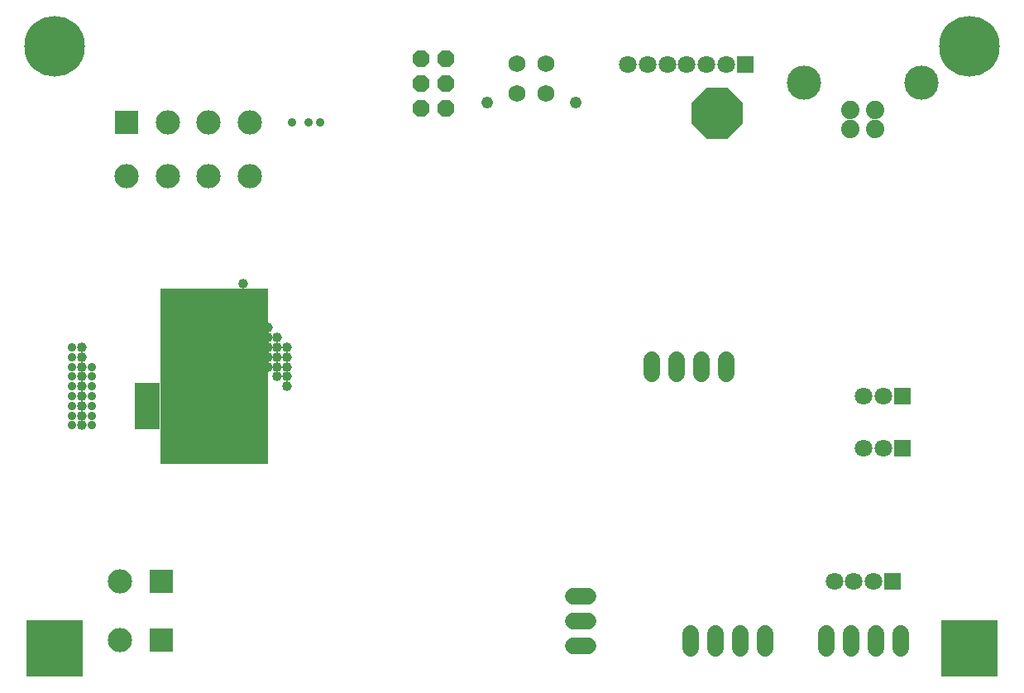
<source format=gbr>
G04 EAGLE Gerber RS-274X export*
G75*
%MOMM*%
%FSLAX34Y34*%
%LPD*%
%INSoldermask Bottom*%
%IPPOS*%
%AMOC8*
5,1,8,0,0,1.08239X$1,22.5*%
G01*
%ADD10R,11.000000X18.000000*%
%ADD11R,2.600000X4.800000*%
%ADD12C,1.727200*%
%ADD13C,1.727200*%
%ADD14C,1.219200*%
%ADD15R,1.803200X1.803200*%
%ADD16C,1.803200*%
%ADD17C,1.703200*%
%ADD18R,2.489200X2.489200*%
%ADD19C,2.489200*%
%ADD20P,1.869504X8X112.500000*%
%ADD21C,1.879600*%
%ADD22C,3.505200*%
%ADD23P,5.631892X8X22.500000*%
%ADD24C,1.009600*%
%ADD25C,0.909600*%
%ADD26R,5.803200X5.803200*%
%ADD27C,6.203200*%


D10*
X195000Y310000D03*
D11*
X127000Y280000D03*
D12*
X562380Y34600D02*
X577620Y34600D01*
X577620Y60000D02*
X562380Y60000D01*
X562380Y85400D02*
X577620Y85400D01*
D13*
X534986Y600000D03*
X534986Y629972D03*
X505014Y600000D03*
X505014Y629972D03*
D14*
X564958Y590602D03*
X475042Y590602D03*
D15*
X739000Y629700D03*
D16*
X719000Y629700D03*
X699000Y629700D03*
X679000Y629700D03*
X659000Y629700D03*
X639000Y629700D03*
X619000Y629700D03*
D17*
X821900Y46900D02*
X821900Y31900D01*
X847300Y31900D02*
X847300Y46900D01*
X872700Y46900D02*
X872700Y31900D01*
X898100Y31900D02*
X898100Y46900D01*
D18*
X105735Y570300D03*
D19*
X189555Y515182D03*
X189555Y570300D03*
X147645Y515182D03*
X105735Y515182D03*
X231465Y515182D03*
X231465Y570300D03*
X147645Y570300D03*
D20*
X432700Y584600D03*
X407300Y584600D03*
X432700Y610000D03*
X407300Y610000D03*
X432700Y635400D03*
X407300Y635400D03*
D18*
X141000Y40000D03*
D19*
X99000Y40000D03*
D18*
X141000Y100000D03*
D19*
X99000Y100000D03*
D21*
X846400Y563588D03*
X871400Y563588D03*
X871400Y583400D03*
X846400Y583400D03*
D22*
X798702Y610578D03*
X919098Y610578D03*
D12*
X758800Y46920D02*
X758800Y31680D01*
X733400Y31680D02*
X733400Y46920D01*
X708000Y46920D02*
X708000Y31680D01*
X682600Y31680D02*
X682600Y46920D01*
D15*
X900000Y290000D03*
D16*
X880000Y290000D03*
X860000Y290000D03*
D15*
X900000Y237000D03*
D16*
X880000Y237000D03*
X860000Y237000D03*
D15*
X890000Y100000D03*
D16*
X870000Y100000D03*
X850000Y100000D03*
X830000Y100000D03*
D17*
X719690Y312660D02*
X719690Y327660D01*
X694290Y327660D02*
X694290Y312660D01*
X668890Y312660D02*
X668890Y327660D01*
X643490Y327660D02*
X643490Y312660D01*
D23*
X710000Y580000D03*
D24*
X225000Y405000D03*
X250000Y320000D03*
X60000Y340000D03*
X60000Y330000D03*
X60000Y320000D03*
D25*
X70000Y320000D03*
X70000Y310000D03*
D24*
X60000Y310000D03*
D25*
X50000Y310000D03*
X50000Y320000D03*
X50000Y330000D03*
X50000Y340000D03*
X50000Y300000D03*
D24*
X60000Y300000D03*
D25*
X70000Y300000D03*
X70000Y290000D03*
D24*
X60000Y290000D03*
D25*
X50000Y290000D03*
X50000Y280000D03*
D24*
X60000Y280000D03*
X60000Y270000D03*
D25*
X50000Y270000D03*
D24*
X60000Y260000D03*
X225000Y375000D03*
X225000Y365000D03*
X225000Y355000D03*
X225000Y345000D03*
X225000Y335000D03*
D25*
X70000Y280000D03*
X70000Y270000D03*
X70000Y260000D03*
D24*
X225000Y395000D03*
X225000Y385000D03*
D25*
X50000Y260000D03*
D24*
X250000Y360000D03*
X240000Y360000D03*
X240000Y370000D03*
X240000Y350000D03*
X240000Y340000D03*
X240000Y330000D03*
X250000Y330000D03*
X250000Y340000D03*
X250000Y350000D03*
X260000Y310000D03*
X260000Y320000D03*
X260000Y330000D03*
X260000Y340000D03*
X260000Y350000D03*
X270000Y340000D03*
X270000Y330000D03*
X270000Y320000D03*
X270000Y310000D03*
X270000Y300000D03*
D26*
X968000Y32000D03*
X32000Y32000D03*
D25*
X292000Y570000D03*
X275000Y570000D03*
X304000Y570000D03*
D27*
X32000Y648000D03*
X968000Y648000D03*
M02*

</source>
